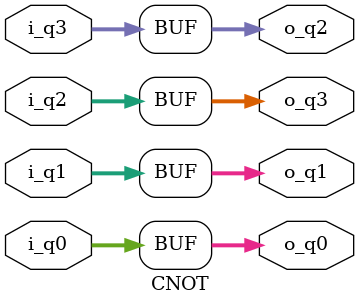
<source format=v>
`timescale 1ns / 1ps


module CNOT(    
    input signed [31:0] i_q0,  
    input signed [31:0] i_q1,
    input signed [31:0] i_q2,  
    input signed [31:0] i_q3,
    output signed [31:0] o_q0,
    output signed [31:0] o_q1,    
    output signed [31:0] o_q2,
    output signed [31:0] o_q3
    );
    
    assign o_q0 = i_q0;
    assign o_q1 = i_q1;
    assign o_q2 = i_q3;
    assign o_q3 = i_q2;
    
endmodule

</source>
